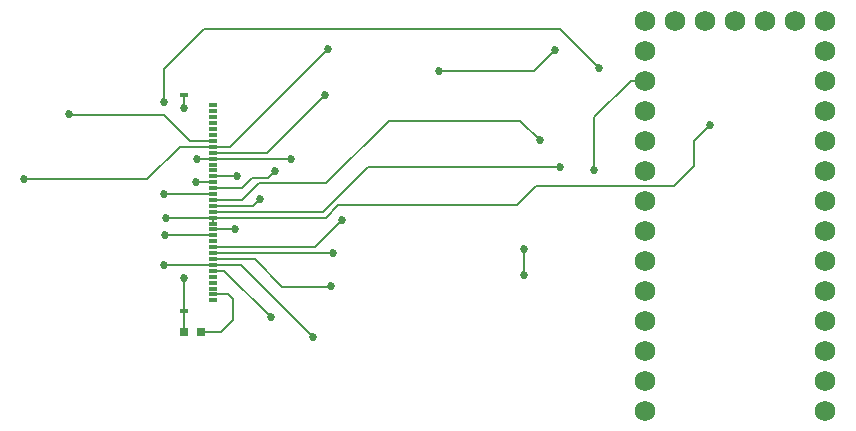
<source format=gtl>
G04 #@! TF.FileFunction,Copper,L1,Top*
%FSLAX46Y46*%
G04 Gerber Fmt 4.6, Leading zero omitted, Abs format (unit mm)*
G04 Created by KiCad (PCBNEW 4.0.4-1.fc25-product) date Wed Mar 29 04:27:01 2017*
%MOMM*%
%LPD*%
G01*
G04 APERTURE LIST*
%ADD10C,0.100000*%
%ADD11C,1.727200*%
%ADD12R,0.800000X0.300000*%
%ADD13R,0.800000X0.750000*%
%ADD14C,0.685800*%
%ADD15C,0.152400*%
G04 APERTURE END LIST*
D10*
D11*
X165379400Y-80657700D03*
X165379400Y-78117700D03*
X165379400Y-75577700D03*
X165379400Y-73037700D03*
X165379400Y-70497700D03*
X165379400Y-67957700D03*
X165379400Y-65417700D03*
X165379400Y-62877700D03*
X165379400Y-60337700D03*
X165379400Y-57797700D03*
X165379400Y-55257700D03*
X165379400Y-52717700D03*
X165379400Y-50177700D03*
X165379400Y-47637700D03*
X162839400Y-47637700D03*
X160299400Y-47637700D03*
X157759400Y-47637700D03*
X155219400Y-47637700D03*
X152679400Y-47637700D03*
X150139400Y-47637700D03*
X150139400Y-55257700D03*
X150139400Y-75577700D03*
X150139400Y-60337700D03*
X150139400Y-57797700D03*
X150139400Y-78117700D03*
X150139400Y-70497700D03*
X150139400Y-80657700D03*
X150139400Y-67957700D03*
X150139400Y-65417700D03*
X150139400Y-62877700D03*
X150139400Y-73037700D03*
X150139400Y-50177700D03*
X150139400Y-52717700D03*
D12*
X111039520Y-53928760D03*
X113539520Y-71328760D03*
X113539520Y-70828760D03*
X113539520Y-70328760D03*
X113539520Y-69828760D03*
X113539520Y-69328760D03*
X113539520Y-68828760D03*
X113539520Y-68328760D03*
X113539520Y-67828760D03*
X113539520Y-67328760D03*
X113539520Y-66828760D03*
X113539520Y-66328760D03*
X113539520Y-65828760D03*
X113539520Y-65328760D03*
X113539520Y-64828760D03*
X113539520Y-64328760D03*
X113539520Y-63828760D03*
X113539520Y-63328760D03*
X113539520Y-62828760D03*
X113539520Y-62328760D03*
X113539520Y-61828760D03*
X113539520Y-61328760D03*
X113539520Y-60828760D03*
X113539520Y-60328760D03*
X113539520Y-59828760D03*
X113539520Y-59328760D03*
X113539520Y-58828760D03*
X113539520Y-58328760D03*
X113539520Y-57828760D03*
X113539520Y-57328760D03*
X113539520Y-56828760D03*
X113539520Y-56328760D03*
X113539520Y-55828760D03*
X113539520Y-55328760D03*
X113539520Y-54828760D03*
X111039520Y-72228760D03*
D13*
X112555720Y-74025760D03*
X111055720Y-74025760D03*
D14*
X112181640Y-59329320D03*
X120149620Y-59329320D03*
X109385100Y-68328540D03*
X121980960Y-74401680D03*
X123019820Y-53952140D03*
X109476540Y-65829180D03*
X124416820Y-64546480D03*
X123687840Y-67325240D03*
X123502420Y-70147180D03*
X118424960Y-72765920D03*
X101376480Y-55514240D03*
X97566480Y-61036200D03*
X123299220Y-50040540D03*
X112059720Y-61325760D03*
X145790920Y-60309760D03*
X132633720Y-51876960D03*
X142488920Y-50149760D03*
X118770400Y-60350400D03*
X109418120Y-62341760D03*
X109418120Y-54518560D03*
X146248120Y-51673760D03*
X141224000Y-57790080D03*
X117490240Y-62717680D03*
X142913100Y-60007500D03*
X155646120Y-56499760D03*
X109522260Y-64317880D03*
X139847320Y-67015360D03*
X139898120Y-69199760D03*
X115572540Y-60822840D03*
X115422680Y-65313560D03*
X111061500Y-55039260D03*
X111043720Y-69471540D03*
D15*
X113539520Y-59328760D02*
X112182200Y-59328760D01*
X112182200Y-59328760D02*
X112181640Y-59329320D01*
X120149060Y-59328760D02*
X113539520Y-59328760D01*
X120149620Y-59329320D02*
X120149060Y-59328760D01*
X109385320Y-68328760D02*
X113539520Y-68328760D01*
X109385100Y-68328540D02*
X109385320Y-68328760D01*
X113539520Y-68328760D02*
X115908040Y-68328760D01*
X115908040Y-68328760D02*
X121980960Y-74401680D01*
X113539520Y-58828760D02*
X118143200Y-58828760D01*
X118143200Y-58828760D02*
X123019820Y-53952140D01*
X109476540Y-65829180D02*
X109476960Y-65828760D01*
X109476960Y-65828760D02*
X113539520Y-65828760D01*
X113539520Y-66828760D02*
X122134540Y-66828760D01*
X122134540Y-66828760D02*
X124416820Y-64546480D01*
X123684320Y-67328760D02*
X113539520Y-67328760D01*
X123687840Y-67325240D02*
X123684320Y-67328760D01*
X117053960Y-67828760D02*
X113539520Y-67828760D01*
X119382540Y-70157340D02*
X117053960Y-67828760D01*
X123492260Y-70157340D02*
X119382540Y-70157340D01*
X123502420Y-70147180D02*
X123492260Y-70157340D01*
X114487800Y-68828760D02*
X113539520Y-68828760D01*
X118424960Y-72765920D02*
X114487800Y-68828760D01*
X111565000Y-57828760D02*
X113539520Y-57828760D01*
X109354620Y-55618380D02*
X111565000Y-57828760D01*
X101480620Y-55618380D02*
X109354620Y-55618380D01*
X101376480Y-55514240D02*
X101480620Y-55618380D01*
X110723480Y-58328760D02*
X113539520Y-58328760D01*
X107985560Y-61066680D02*
X110723480Y-58328760D01*
X97596960Y-61066680D02*
X107985560Y-61066680D01*
X97566480Y-61036200D02*
X97596960Y-61066680D01*
X115011000Y-58328760D02*
X113539520Y-58328760D01*
X123299220Y-50040540D02*
X115011000Y-58328760D01*
X113539520Y-61328760D02*
X112062720Y-61328760D01*
X112062720Y-61328760D02*
X112059720Y-61325760D01*
X145790920Y-60309760D02*
X145790920Y-55839360D01*
X145790920Y-55839360D02*
X148912580Y-52717700D01*
X148912580Y-52717700D02*
X150139400Y-52717700D01*
X132633720Y-51876960D02*
X132684520Y-51927760D01*
X132684520Y-51927760D02*
X140710920Y-51927760D01*
X140710920Y-51927760D02*
X142488920Y-50149760D01*
X118770400Y-60350400D02*
X118191280Y-60929520D01*
X118191280Y-60929520D02*
X116860320Y-60929520D01*
X116860320Y-60929520D02*
X115961080Y-61828760D01*
X115961080Y-61828760D02*
X113539520Y-61828760D01*
X113539520Y-62328760D02*
X109431120Y-62328760D01*
X109431120Y-62328760D02*
X109418120Y-62341760D01*
X109418120Y-54518560D02*
X109367320Y-54467760D01*
X109367320Y-54467760D02*
X109367320Y-51724560D01*
X109367320Y-51724560D02*
X112770920Y-48320960D01*
X112770920Y-48320960D02*
X142895320Y-48320960D01*
X142895320Y-48320960D02*
X146248120Y-51673760D01*
X113539520Y-62828760D02*
X115966920Y-62828760D01*
X115966920Y-62828760D02*
X117411500Y-61384180D01*
X117411500Y-61384180D02*
X123131580Y-61384180D01*
X123131580Y-61384180D02*
X128412240Y-56103520D01*
X128412240Y-56103520D02*
X139537440Y-56103520D01*
X139537440Y-56103520D02*
X141224000Y-57790080D01*
X117490240Y-62717680D02*
X116879160Y-63328760D01*
X116879160Y-63328760D02*
X113539520Y-63328760D01*
X113539520Y-63828760D02*
X122866320Y-63828760D01*
X122866320Y-63828760D02*
X126687580Y-60007500D01*
X126687580Y-60007500D02*
X142913100Y-60007500D01*
X155646120Y-56499760D02*
X154274520Y-57871360D01*
X154274520Y-57871360D02*
X154274520Y-59954160D01*
X154274520Y-59954160D02*
X152598120Y-61630560D01*
X152598120Y-61630560D02*
X140863320Y-61630560D01*
X140863320Y-61630560D02*
X139237720Y-63256160D01*
X139237720Y-63256160D02*
X124150120Y-63256160D01*
X124150120Y-63256160D02*
X123077520Y-64328760D01*
X123077520Y-64328760D02*
X113539520Y-64328760D01*
X113539520Y-64328760D02*
X113539520Y-64828760D01*
X109533140Y-64328760D02*
X113539520Y-64328760D01*
X109522260Y-64317880D02*
X109533140Y-64328760D01*
X139847320Y-67015360D02*
X139898120Y-67066160D01*
X139898120Y-67066160D02*
X139898120Y-69199760D01*
X113539520Y-60828760D02*
X115566620Y-60828760D01*
X115566620Y-60828760D02*
X115572540Y-60822840D01*
X113539520Y-65328760D02*
X115407480Y-65328760D01*
X115407480Y-65328760D02*
X115422680Y-65313560D01*
X113539520Y-70828760D02*
X114806320Y-70828760D01*
X114806320Y-70828760D02*
X115209320Y-71231760D01*
X115209320Y-71231760D02*
X115209320Y-73009760D01*
X115209320Y-73009760D02*
X114193320Y-74025760D01*
X114193320Y-74025760D02*
X112555720Y-74025760D01*
X111039520Y-72228760D02*
X111039520Y-74009560D01*
X111039520Y-74009560D02*
X111055720Y-74025760D01*
X111039520Y-55017280D02*
X111039520Y-53928760D01*
X111061500Y-55039260D02*
X111039520Y-55017280D01*
X111039520Y-72228760D02*
X111039520Y-69475740D01*
X111039520Y-69475740D02*
X111043720Y-69471540D01*
M02*

</source>
